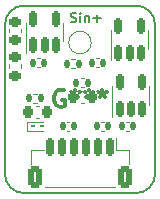
<source format=gbr>
%TF.GenerationSoftware,KiCad,Pcbnew,7.0.6*%
%TF.CreationDate,2024-06-20T12:42:18-04:00*%
%TF.ProjectId,ActiveImpactor_Encoder_Celera,41637469-7665-4496-9d70-6163746f725f,rev?*%
%TF.SameCoordinates,Original*%
%TF.FileFunction,Legend,Top*%
%TF.FilePolarity,Positive*%
%FSLAX46Y46*%
G04 Gerber Fmt 4.6, Leading zero omitted, Abs format (unit mm)*
G04 Created by KiCad (PCBNEW 7.0.6) date 2024-06-20 12:42:18*
%MOMM*%
%LPD*%
G01*
G04 APERTURE LIST*
G04 Aperture macros list*
%AMRoundRect*
0 Rectangle with rounded corners*
0 $1 Rounding radius*
0 $2 $3 $4 $5 $6 $7 $8 $9 X,Y pos of 4 corners*
0 Add a 4 corners polygon primitive as box body*
4,1,4,$2,$3,$4,$5,$6,$7,$8,$9,$2,$3,0*
0 Add four circle primitives for the rounded corners*
1,1,$1+$1,$2,$3*
1,1,$1+$1,$4,$5*
1,1,$1+$1,$6,$7*
1,1,$1+$1,$8,$9*
0 Add four rect primitives between the rounded corners*
20,1,$1+$1,$2,$3,$4,$5,0*
20,1,$1+$1,$4,$5,$6,$7,0*
20,1,$1+$1,$6,$7,$8,$9,0*
20,1,$1+$1,$8,$9,$2,$3,0*%
G04 Aperture macros list end*
%ADD10C,0.150000*%
%ADD11C,0.200000*%
%ADD12C,0.300000*%
%ADD13C,0.120000*%
%ADD14RoundRect,0.150000X0.150000X-0.512500X0.150000X0.512500X-0.150000X0.512500X-0.150000X-0.512500X0*%
%ADD15RoundRect,0.140000X0.140000X0.170000X-0.140000X0.170000X-0.140000X-0.170000X0.140000X-0.170000X0*%
%ADD16RoundRect,0.150000X0.150000X0.625000X-0.150000X0.625000X-0.150000X-0.625000X0.150000X-0.625000X0*%
%ADD17RoundRect,0.250000X0.350000X0.650000X-0.350000X0.650000X-0.350000X-0.650000X0.350000X-0.650000X0*%
%ADD18RoundRect,0.225000X-0.250000X0.225000X-0.250000X-0.225000X0.250000X-0.225000X0.250000X0.225000X0*%
%ADD19C,1.500000*%
%ADD20RoundRect,0.140000X-0.140000X-0.170000X0.140000X-0.170000X0.140000X0.170000X-0.140000X0.170000X0*%
%ADD21RoundRect,0.062500X0.117500X0.062500X-0.117500X0.062500X-0.117500X-0.062500X0.117500X-0.062500X0*%
%ADD22RoundRect,0.135000X0.135000X0.185000X-0.135000X0.185000X-0.135000X-0.185000X0.135000X-0.185000X0*%
%ADD23RoundRect,0.225000X0.225000X0.250000X-0.225000X0.250000X-0.225000X-0.250000X0.225000X-0.250000X0*%
%ADD24RoundRect,0.218750X-0.256250X0.218750X-0.256250X-0.218750X0.256250X-0.218750X0.256250X0.218750X0*%
%ADD25RoundRect,0.225000X-0.225000X-0.250000X0.225000X-0.250000X0.225000X0.250000X-0.225000X0.250000X0*%
%ADD26RoundRect,0.135000X-0.135000X-0.185000X0.135000X-0.185000X0.135000X0.185000X-0.135000X0.185000X0*%
G04 APERTURE END LIST*
D10*
X-776190Y6575800D02*
X-661904Y6537704D01*
X-661904Y6537704D02*
X-471428Y6537704D01*
X-471428Y6537704D02*
X-395237Y6575800D01*
X-395237Y6575800D02*
X-357142Y6613895D01*
X-357142Y6613895D02*
X-319047Y6690085D01*
X-319047Y6690085D02*
X-319047Y6766276D01*
X-319047Y6766276D02*
X-357142Y6842466D01*
X-357142Y6842466D02*
X-395237Y6880561D01*
X-395237Y6880561D02*
X-471428Y6918657D01*
X-471428Y6918657D02*
X-623809Y6956752D01*
X-623809Y6956752D02*
X-699999Y6994847D01*
X-699999Y6994847D02*
X-738094Y7032942D01*
X-738094Y7032942D02*
X-776190Y7109133D01*
X-776190Y7109133D02*
X-776190Y7185323D01*
X-776190Y7185323D02*
X-738094Y7261514D01*
X-738094Y7261514D02*
X-699999Y7299609D01*
X-699999Y7299609D02*
X-623809Y7337704D01*
X-623809Y7337704D02*
X-433332Y7337704D01*
X-433332Y7337704D02*
X-319047Y7299609D01*
X23810Y6537704D02*
X23810Y7071038D01*
X23810Y7337704D02*
X-14285Y7299609D01*
X-14285Y7299609D02*
X23810Y7261514D01*
X23810Y7261514D02*
X61905Y7299609D01*
X61905Y7299609D02*
X23810Y7337704D01*
X23810Y7337704D02*
X23810Y7261514D01*
X404762Y7071038D02*
X404762Y6537704D01*
X404762Y6994847D02*
X442857Y7032942D01*
X442857Y7032942D02*
X519047Y7071038D01*
X519047Y7071038D02*
X633333Y7071038D01*
X633333Y7071038D02*
X709524Y7032942D01*
X709524Y7032942D02*
X747619Y6956752D01*
X747619Y6956752D02*
X747619Y6537704D01*
X1128572Y6842466D02*
X1738096Y6842466D01*
X1433334Y6537704D02*
X1433334Y7147228D01*
D11*
X4762500Y7937500D02*
X-4762500Y7937500D01*
X4762500Y-7937500D02*
G75*
G03*
X6350000Y-6350000I0J1587500D01*
G01*
X6350000Y6350000D02*
G75*
G03*
X4762500Y7937500I-1587500J0D01*
G01*
X6350000Y-6350000D02*
X6350000Y6350000D01*
X-4762500Y-7937500D02*
X4762500Y-7937500D01*
X-6350000Y-6350000D02*
G75*
G03*
X-4762500Y-7937500I1587500J0D01*
G01*
X-6350000Y6350000D02*
X-6350000Y-6350000D01*
X-4762500Y7937500D02*
G75*
G03*
X-6350000Y6350000I0J-1587500D01*
G01*
D12*
X-1321427Y750242D02*
X-1464285Y821671D01*
X-1464285Y821671D02*
X-1678570Y821671D01*
X-1678570Y821671D02*
X-1892856Y750242D01*
X-1892856Y750242D02*
X-2035713Y607385D01*
X-2035713Y607385D02*
X-2107142Y464528D01*
X-2107142Y464528D02*
X-2178570Y178814D01*
X-2178570Y178814D02*
X-2178570Y-35471D01*
X-2178570Y-35471D02*
X-2107142Y-321185D01*
X-2107142Y-321185D02*
X-2035713Y-464042D01*
X-2035713Y-464042D02*
X-1892856Y-606900D01*
X-1892856Y-606900D02*
X-1678570Y-678328D01*
X-1678570Y-678328D02*
X-1535713Y-678328D01*
X-1535713Y-678328D02*
X-1321427Y-606900D01*
X-1321427Y-606900D02*
X-1249999Y-535471D01*
X-1249999Y-535471D02*
X-1249999Y-35471D01*
X-1249999Y-35471D02*
X-1535713Y-35471D01*
X-392856Y821671D02*
X-392856Y464528D01*
X-749999Y607385D02*
X-392856Y464528D01*
X-392856Y464528D02*
X-35713Y607385D01*
X-607142Y178814D02*
X-392856Y464528D01*
X-392856Y464528D02*
X-178570Y178814D01*
X750000Y821671D02*
X750000Y464528D01*
X392857Y607385D02*
X750000Y464528D01*
X750000Y464528D02*
X1107143Y607385D01*
X535714Y178814D02*
X750000Y464528D01*
X750000Y464528D02*
X964286Y178814D01*
X1892857Y821671D02*
X1892857Y464528D01*
X1535714Y607385D02*
X1892857Y464528D01*
X1892857Y464528D02*
X2250000Y607385D01*
X1678571Y178814D02*
X1892857Y464528D01*
X1892857Y464528D02*
X2107143Y178814D01*
D13*
%TO.C,U102*%
X2740000Y300000D02*
X2740000Y-1500000D01*
X2740000Y300000D02*
X2740000Y1100000D01*
X5860000Y300000D02*
X5860000Y-500000D01*
X5860000Y300000D02*
X5860000Y1100000D01*
%TO.C,C101*%
X-892164Y-2660000D02*
X-1107836Y-2660000D01*
X-892164Y-1940000D02*
X-1107836Y-1940000D01*
%TO.C,J101*%
X4110000Y-5440000D02*
X4110000Y-4290000D01*
X4110000Y-4290000D02*
X3060000Y-4290000D01*
X3060000Y-4290000D02*
X3060000Y-3300000D01*
X2940000Y-7410000D02*
X-2940000Y-7410000D01*
X-4110000Y-5440000D02*
X-4110000Y-4290000D01*
X-4110000Y-4290000D02*
X-3060000Y-4290000D01*
%TO.C,C105*%
X-4990000Y5940580D02*
X-4990000Y5659420D01*
X-6010000Y5940580D02*
X-6010000Y5659420D01*
%TO.C,TP101*%
X950000Y4800000D02*
G75*
G03*
X950000Y4800000I-950000J0D01*
G01*
%TO.C,C102*%
X2007836Y-2660000D02*
X1792164Y-2660000D01*
X2007836Y-1940000D02*
X1792164Y-1940000D01*
%TO.C,C107*%
X-3607836Y3460000D02*
X-3392164Y3460000D01*
X-3607836Y2740000D02*
X-3392164Y2740000D01*
%TO.C,C108*%
X1607836Y2740000D02*
X1392164Y2740000D01*
X1607836Y3460000D02*
X1392164Y3460000D01*
%TO.C,U104*%
X2640000Y5100000D02*
X2640000Y3300000D01*
X2640000Y5100000D02*
X2640000Y5900000D01*
X5760000Y5100000D02*
X5760000Y4300000D01*
X5760000Y5100000D02*
X5760000Y5900000D01*
%TO.C,D101*%
X-4460000Y-1900000D02*
X-4460000Y-2700000D01*
X-3100000Y-1900000D02*
X-4460000Y-1900000D01*
X-3100000Y-2700000D02*
X-4460000Y-2700000D01*
%TO.C,R101*%
X-3646359Y-280000D02*
X-3953641Y-280000D01*
X-3646359Y480000D02*
X-3953641Y480000D01*
%TO.C,C104*%
X340580Y-310000D02*
X59420Y-310000D01*
X340580Y710000D02*
X59420Y710000D01*
%TO.C,L101*%
X-4990000Y2962779D02*
X-4990000Y2637221D01*
X-6010000Y2962779D02*
X-6010000Y2637221D01*
%TO.C,C103*%
X-3740580Y-590000D02*
X-3459420Y-590000D01*
X-3740580Y-1610000D02*
X-3459420Y-1610000D01*
%TO.C,R102*%
X-753641Y3380000D02*
X-446359Y3380000D01*
X-753641Y2620000D02*
X-446359Y2620000D01*
%TO.C,U103*%
X-4560000Y5700000D02*
X-4560000Y3900000D01*
X-4560000Y5700000D02*
X-4560000Y6500000D01*
X-1440000Y5700000D02*
X-1440000Y4900000D01*
X-1440000Y5700000D02*
X-1440000Y6500000D01*
%TO.C,C106*%
X3892164Y-1940000D02*
X4107836Y-1940000D01*
X3892164Y-2660000D02*
X4107836Y-2660000D01*
%TO.C,R103*%
X353641Y1020000D02*
X46359Y1020000D01*
X353641Y1780000D02*
X46359Y1780000D01*
%TD*%
%LPC*%
D14*
%TO.C,U102*%
X3350000Y-837500D03*
X4300000Y-837500D03*
X5250000Y-837500D03*
X5250000Y1437500D03*
X3350000Y1437500D03*
%TD*%
D15*
%TO.C,C101*%
X-520000Y-2300000D03*
X-1480000Y-2300000D03*
%TD*%
D16*
%TO.C,J101*%
X2500000Y-4075000D03*
X1500000Y-4075000D03*
X500000Y-4075000D03*
X-500000Y-4075000D03*
X-1500000Y-4075000D03*
X-2500000Y-4075000D03*
D17*
X3800000Y-6600000D03*
X-3800000Y-6600000D03*
%TD*%
D18*
%TO.C,C105*%
X-5500000Y6575000D03*
X-5500000Y5025000D03*
%TD*%
D19*
%TO.C,TP101*%
X0Y4800000D03*
%TD*%
D15*
%TO.C,C102*%
X2380000Y-2300000D03*
X1420000Y-2300000D03*
%TD*%
D20*
%TO.C,C107*%
X-3980000Y3100000D03*
X-3020000Y3100000D03*
%TD*%
D15*
%TO.C,C108*%
X1980000Y3100000D03*
X1020000Y3100000D03*
%TD*%
D14*
%TO.C,U104*%
X3250000Y3962500D03*
X4200000Y3962500D03*
X5150000Y3962500D03*
X5150000Y6237500D03*
X3250000Y6237500D03*
%TD*%
D21*
%TO.C,D101*%
X-4020000Y-2300000D03*
X-3180000Y-2300000D03*
%TD*%
D22*
%TO.C,R101*%
X-3290000Y100000D03*
X-4310000Y100000D03*
%TD*%
D23*
%TO.C,C104*%
X975000Y200000D03*
X-575000Y200000D03*
%TD*%
D24*
%TO.C,L101*%
X-5500000Y3587500D03*
X-5500000Y2012500D03*
%TD*%
D25*
%TO.C,C103*%
X-4375000Y-1100000D03*
X-2825000Y-1100000D03*
%TD*%
D26*
%TO.C,R102*%
X-1110000Y3000000D03*
X-90000Y3000000D03*
%TD*%
D14*
%TO.C,U103*%
X-3950000Y4562500D03*
X-3000000Y4562500D03*
X-2050000Y4562500D03*
X-2050000Y6837500D03*
X-3950000Y6837500D03*
%TD*%
D20*
%TO.C,C106*%
X3520000Y-2300000D03*
X4480000Y-2300000D03*
%TD*%
D22*
%TO.C,R103*%
X710000Y1400000D03*
X-310000Y1400000D03*
%TD*%
%LPD*%
M02*

</source>
